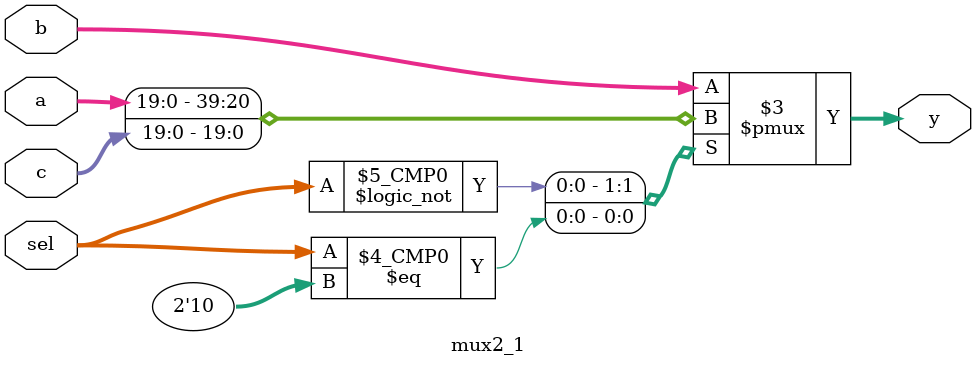
<source format=v>
`timescale 1ns / 1ps

module mux2_1(
    input [19:0] a, b, c,
    input [1:0] sel,
    output reg [19:0] y
);
    
    

    always @(*) begin
        case (sel)
            2'b00: begin
                y = a;
            end
            2'b01: begin
                y = b;
            end
            2'b10: begin
                y = c;
            end
            default: begin
                y = b;
            end
        endcase
    end

endmodule
</source>
